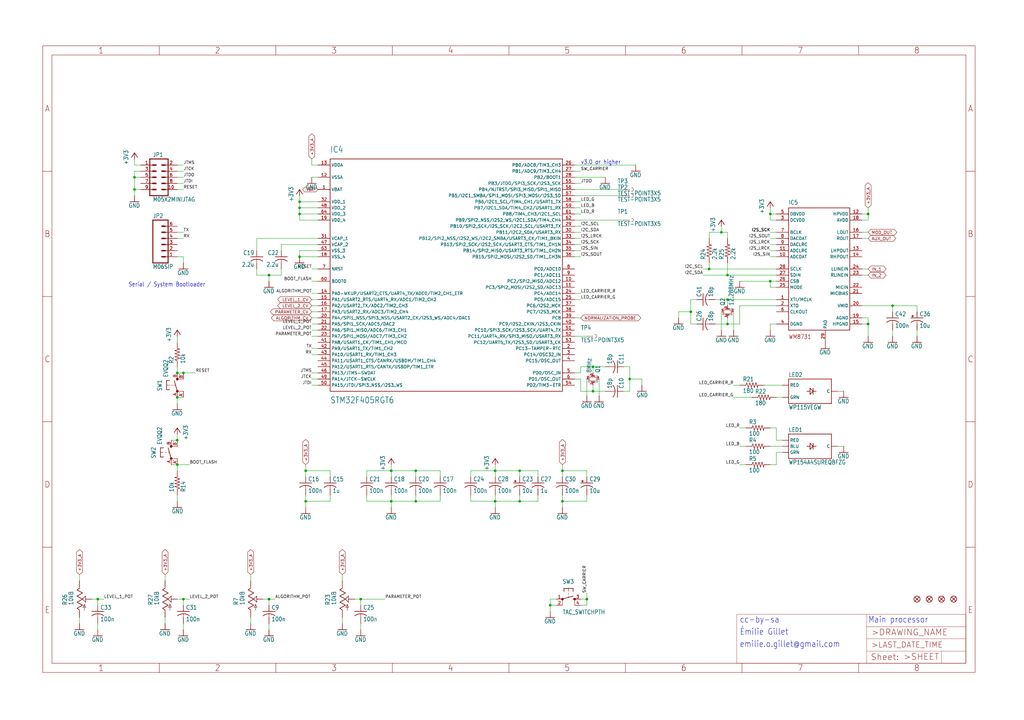
<source format=kicad_sch>
(kicad_sch (version 20211123) (generator eeschema)
  (paper "User" 425.45 299.161)
  (junction (at 73.66 165.1))
  (junction (at 360.68 134.62))
  (junction (at 261.62 157.48))
  (junction (at 172.72 208.28))
  (junction (at 246.38 162.56))
  (junction (at 40.64 248.92))
  (junction (at 287.02 129.54))
  (junction (at 243.84 248.92))
  (junction (at 370.84 127))
  (junction (at 233.68 208.28))
  (junction (at 299.72 96.52))
  (junction (at 320.04 88.9))
  (junction (at 127 195.58))
  (junction (at 73.66 182.88))
  (junction (at 124.46 86.36))
  (junction (at 172.72 195.58))
  (junction (at 294.64 111.76))
  (junction (at 162.56 208.28))
  (junction (at 149.86 248.92))
  (junction (at 302.26 134.62))
  (junction (at 73.66 154.94))
  (junction (at 320.04 116.84))
  (junction (at 111.76 248.92))
  (junction (at 215.9 195.58))
  (junction (at 246.38 152.4))
  (junction (at 111.76 114.3))
  (junction (at 127 208.28))
  (junction (at 205.74 208.28))
  (junction (at 73.66 193.04))
  (junction (at 76.2 248.92))
  (junction (at 76.2 154.94))
  (junction (at 215.9 208.28))
  (junction (at 302.26 114.3))
  (junction (at 124.46 88.9))
  (junction (at 360.68 88.9))
  (junction (at 55.88 73.66))
  (junction (at 233.68 195.58))
  (junction (at 124.46 83.82))
  (junction (at 55.88 78.74))
  (junction (at 302.26 124.46))
  (junction (at 162.56 195.58))
  (junction (at 228.6 251.46))
  (junction (at 124.46 106.68))
  (junction (at 205.74 195.58))
  (wire (pts (xy 76.2 106.68) (xy 76.2 109.22)))
  (wire (pts (xy 223.52 195.58) (xy 223.52 198.12)))
  (wire (pts (xy 322.58 193.04) (xy 320.04 193.04)))
  (wire (pts (xy 358.14 96.52) (xy 360.68 96.52)))
  (wire (pts (xy 129.54 121.92) (xy 132.08 121.92)))
  (wire (pts (xy 195.58 208.28) (xy 205.74 208.28)))
  (wire (pts (xy 116.84 101.6) (xy 132.08 101.6)))
  (wire (pts (xy 325.12 182.88) (xy 322.58 182.88)))
  (wire (pts (xy 132.08 111.76) (xy 129.54 111.76)))
  (wire (pts (xy 370.84 127) (xy 381 127)))
  (wire (pts (xy 238.76 76.2) (xy 241.3 76.2)))
  (wire (pts (xy 73.66 68.58) (xy 76.2 68.58)))
  (wire (pts (xy 238.76 154.94) (xy 241.3 154.94)))
  (wire (pts (xy 104.14 241.3) (xy 104.14 238.76)))
  (wire (pts (xy 73.66 96.52) (xy 76.2 96.52)))
  (wire (pts (xy 132.08 106.68) (xy 124.46 106.68)))
  (wire (pts (xy 238.76 91.44) (xy 259.08 91.44)))
  (wire (pts (xy 320.04 106.68) (xy 322.58 106.68)))
  (wire (pts (xy 116.84 111.76) (xy 116.84 114.3)))
  (wire (pts (xy 302.26 134.62) (xy 302.26 132.08)))
  (wire (pts (xy 320.04 119.38) (xy 322.58 119.38)))
  (wire (pts (xy 322.58 165.1) (xy 325.12 165.1)))
  (wire (pts (xy 233.68 208.28) (xy 233.68 210.82)))
  (wire (pts (xy 320.04 99.06) (xy 322.58 99.06)))
  (wire (pts (xy 40.64 251.46) (xy 40.64 248.92)))
  (wire (pts (xy 370.84 127) (xy 370.84 129.54)))
  (wire (pts (xy 55.88 73.66) (xy 55.88 78.74)))
  (wire (pts (xy 195.58 195.58) (xy 205.74 195.58)))
  (wire (pts (xy 360.68 91.44) (xy 360.68 88.9)))
  (wire (pts (xy 233.68 198.12) (xy 233.68 195.58)))
  (wire (pts (xy 370.84 137.16) (xy 370.84 139.7)))
  (wire (pts (xy 358.14 134.62) (xy 360.68 134.62)))
  (wire (pts (xy 238.76 93.98) (xy 241.3 93.98)))
  (wire (pts (xy 320.04 116.84) (xy 307.34 116.84)))
  (wire (pts (xy 302.26 99.06) (xy 302.26 96.52)))
  (wire (pts (xy 238.76 73.66) (xy 251.46 73.66)))
  (wire (pts (xy 320.04 116.84) (xy 320.04 119.38)))
  (wire (pts (xy 129.54 132.08) (xy 132.08 132.08)))
  (wire (pts (xy 104.14 256.54) (xy 104.14 259.08)))
  (wire (pts (xy 127 193.04) (xy 127 195.58)))
  (wire (pts (xy 320.04 104.14) (xy 322.58 104.14)))
  (wire (pts (xy 299.72 129.54) (xy 299.72 137.16)))
  (wire (pts (xy 73.66 165.1) (xy 76.2 165.1)))
  (wire (pts (xy 132.08 68.58) (xy 129.54 68.58)))
  (wire (pts (xy 287.02 134.62) (xy 289.56 134.62)))
  (wire (pts (xy 302.26 109.22) (xy 302.26 114.3)))
  (wire (pts (xy 111.76 116.84) (xy 111.76 114.3)))
  (wire (pts (xy 347.98 162.56) (xy 350.52 162.56)))
  (wire (pts (xy 238.76 88.9) (xy 241.3 88.9)))
  (wire (pts (xy 299.72 96.52) (xy 299.72 93.98)))
  (wire (pts (xy 358.14 132.08) (xy 360.68 132.08)))
  (wire (pts (xy 106.68 104.14) (xy 106.68 99.06)))
  (wire (pts (xy 38.1 248.92) (xy 40.64 248.92)))
  (wire (pts (xy 322.58 114.3) (xy 302.26 114.3)))
  (wire (pts (xy 124.46 83.82) (xy 124.46 86.36)))
  (wire (pts (xy 73.66 139.7) (xy 73.66 142.24)))
  (wire (pts (xy 233.68 208.28) (xy 243.84 208.28)))
  (wire (pts (xy 162.56 195.58) (xy 172.72 195.58)))
  (wire (pts (xy 322.58 116.84) (xy 320.04 116.84)))
  (wire (pts (xy 111.76 259.08) (xy 111.76 261.62)))
  (wire (pts (xy 73.66 154.94) (xy 76.2 154.94)))
  (wire (pts (xy 73.66 205.74) (xy 73.66 208.28)))
  (wire (pts (xy 241.3 251.46) (xy 243.84 251.46)))
  (wire (pts (xy 238.76 81.28) (xy 259.08 81.28)))
  (wire (pts (xy 231.14 248.92) (xy 228.6 248.92)))
  (wire (pts (xy 195.58 198.12) (xy 195.58 195.58)))
  (wire (pts (xy 238.76 132.08) (xy 241.3 132.08)))
  (wire (pts (xy 116.84 104.14) (xy 116.84 101.6)))
  (wire (pts (xy 261.62 152.4) (xy 261.62 157.48)))
  (wire (pts (xy 124.46 104.14) (xy 124.46 106.68)))
  (wire (pts (xy 243.84 157.48) (xy 243.84 164.465)))
  (wire (pts (xy 152.4 195.58) (xy 162.56 195.58)))
  (wire (pts (xy 162.56 208.28) (xy 172.72 208.28)))
  (wire (pts (xy 297.18 134.62) (xy 302.26 134.62)))
  (wire (pts (xy 149.86 251.46) (xy 149.86 248.92)))
  (wire (pts (xy 142.24 256.54) (xy 142.24 259.08)))
  (wire (pts (xy 205.74 208.28) (xy 215.9 208.28)))
  (wire (pts (xy 302.26 134.62) (xy 307.34 134.62)))
  (wire (pts (xy 127 205.74) (xy 127 208.28)))
  (wire (pts (xy 76.2 154.94) (xy 81.28 154.94)))
  (wire (pts (xy 294.64 99.06) (xy 294.64 96.52)))
  (wire (pts (xy 304.8 129.54) (xy 304.8 137.16)))
  (wire (pts (xy 307.34 160.02) (xy 304.8 160.02)))
  (wire (pts (xy 68.58 256.54) (xy 68.58 259.08)))
  (wire (pts (xy 297.18 124.46) (xy 302.26 124.46)))
  (wire (pts (xy 322.58 134.62) (xy 320.04 134.62)))
  (wire (pts (xy 320.04 101.6) (xy 322.58 101.6)))
  (wire (pts (xy 287.02 129.54) (xy 287.02 134.62)))
  (wire (pts (xy 73.66 165.1) (xy 73.66 167.64)))
  (wire (pts (xy 73.66 99.06) (xy 76.2 99.06)))
  (wire (pts (xy 73.66 76.2) (xy 76.2 76.2)))
  (wire (pts (xy 73.66 180.34) (xy 73.66 182.88)))
  (wire (pts (xy 302.26 124.46) (xy 302.26 127)))
  (wire (pts (xy 205.74 195.58) (xy 205.74 198.12)))
  (wire (pts (xy 33.02 241.3) (xy 33.02 238.76)))
  (wire (pts (xy 261.62 157.48) (xy 261.62 162.56)))
  (wire (pts (xy 302.26 124.46) (xy 322.58 124.46)))
  (wire (pts (xy 172.72 195.58) (xy 172.72 198.12)))
  (wire (pts (xy 172.72 195.58) (xy 182.88 195.58)))
  (wire (pts (xy 76.2 251.46) (xy 76.2 248.92)))
  (wire (pts (xy 129.54 137.16) (xy 132.08 137.16)))
  (wire (pts (xy 195.58 205.74) (xy 195.58 208.28)))
  (wire (pts (xy 76.2 259.08) (xy 76.2 261.62)))
  (wire (pts (xy 231.14 251.46) (xy 228.6 251.46)))
  (wire (pts (xy 228.6 248.92) (xy 228.6 251.46)))
  (wire (pts (xy 322.58 88.9) (xy 320.04 88.9)))
  (wire (pts (xy 358.14 111.76) (xy 360.68 111.76)))
  (wire (pts (xy 215.9 195.58) (xy 215.9 198.12)))
  (wire (pts (xy 162.56 195.58) (xy 162.56 193.04)))
  (wire (pts (xy 172.72 208.28) (xy 172.72 205.74)))
  (wire (pts (xy 124.46 86.36) (xy 124.46 88.9)))
  (wire (pts (xy 215.9 208.28) (xy 223.52 208.28)))
  (wire (pts (xy 238.76 121.92) (xy 241.3 121.92)))
  (wire (pts (xy 309.88 177.8) (xy 307.34 177.8)))
  (wire (pts (xy 281.94 129.54) (xy 281.94 132.08)))
  (wire (pts (xy 309.88 193.04) (xy 307.34 193.04)))
  (wire (pts (xy 132.08 124.46) (xy 129.54 124.46)))
  (wire (pts (xy 320.04 134.62) (xy 320.04 137.16)))
  (wire (pts (xy 147.32 248.92) (xy 149.86 248.92)))
  (wire (pts (xy 259.08 152.4) (xy 261.62 152.4)))
  (wire (pts (xy 243.84 195.58) (xy 243.84 198.12)))
  (wire (pts (xy 241.3 248.92) (xy 243.84 248.92)))
  (wire (pts (xy 381 127) (xy 381 129.54)))
  (wire (pts (xy 111.76 114.3) (xy 116.84 114.3)))
  (wire (pts (xy 132.08 154.94) (xy 129.54 154.94)))
  (wire (pts (xy 73.66 73.66) (xy 76.2 73.66)))
  (wire (pts (xy 109.22 248.92) (xy 111.76 248.92)))
  (wire (pts (xy 238.76 96.52) (xy 241.3 96.52)))
  (wire (pts (xy 132.08 83.82) (xy 124.46 83.82)))
  (wire (pts (xy 111.76 248.92) (xy 114.3 248.92)))
  (wire (pts (xy 238.76 139.7) (xy 243.84 139.7)))
  (wire (pts (xy 317.5 160.02) (xy 325.12 160.02)))
  (wire (pts (xy 162.56 198.12) (xy 162.56 195.58)))
  (wire (pts (xy 246.38 152.4) (xy 246.38 154.94)))
  (wire (pts (xy 238.76 86.36) (xy 241.3 86.36)))
  (wire (pts (xy 73.66 71.12) (xy 76.2 71.12)))
  (wire (pts (xy 205.74 193.04) (xy 205.74 195.58)))
  (wire (pts (xy 325.12 185.42) (xy 320.04 185.42)))
  (wire (pts (xy 152.4 205.74) (xy 152.4 208.28)))
  (wire (pts (xy 132.08 144.78) (xy 129.54 144.78)))
  (wire (pts (xy 124.46 83.82) (xy 124.46 81.28)))
  (wire (pts (xy 238.76 78.74) (xy 259.08 78.74)))
  (wire (pts (xy 182.88 195.58) (xy 182.88 198.12)))
  (wire (pts (xy 106.68 111.76) (xy 106.68 114.3)))
  (wire (pts (xy 73.66 193.04) (xy 78.74 193.04)))
  (wire (pts (xy 243.84 251.46) (xy 243.84 248.92)))
  (wire (pts (xy 347.98 185.42) (xy 350.52 185.42)))
  (wire (pts (xy 238.76 106.68) (xy 241.3 106.68)))
  (wire (pts (xy 243.84 248.92) (xy 243.84 246.38)))
  (wire (pts (xy 243.84 208.28) (xy 243.84 205.74)))
  (wire (pts (xy 182.88 208.28) (xy 182.88 205.74)))
  (wire (pts (xy 162.56 205.74) (xy 162.56 208.28)))
  (wire (pts (xy 294.64 111.76) (xy 322.58 111.76)))
  (wire (pts (xy 241.3 157.48) (xy 238.76 157.48)))
  (wire (pts (xy 205.74 208.28) (xy 205.74 210.82)))
  (wire (pts (xy 233.68 205.74) (xy 233.68 208.28)))
  (wire (pts (xy 129.54 129.54) (xy 132.08 129.54)))
  (wire (pts (xy 228.6 251.46) (xy 228.6 254)))
  (wire (pts (xy 73.66 248.92) (xy 76.2 248.92)))
  (wire (pts (xy 132.08 139.7) (xy 129.54 139.7)))
  (wire (pts (xy 320.04 88.9) (xy 320.04 86.36)))
  (wire (pts (xy 241.3 152.4) (xy 246.38 152.4)))
  (wire (pts (xy 266.7 157.48) (xy 266.7 160.02)))
  (wire (pts (xy 205.74 205.74) (xy 205.74 208.28)))
  (wire (pts (xy 302.26 114.3) (xy 292.1 114.3)))
  (wire (pts (xy 132.08 157.48) (xy 129.54 157.48)))
  (wire (pts (xy 289.56 124.46) (xy 287.02 124.46)))
  (wire (pts (xy 127 195.58) (xy 137.16 195.58)))
  (wire (pts (xy 360.68 134.62) (xy 360.68 139.7)))
  (wire (pts (xy 358.14 99.06) (xy 360.68 99.06)))
  (wire (pts (xy 137.16 195.58) (xy 137.16 198.12)))
  (wire (pts (xy 358.14 127) (xy 370.84 127)))
  (wire (pts (xy 248.92 157.48) (xy 248.92 164.465)))
  (wire (pts (xy 238.76 99.06) (xy 241.3 99.06)))
  (wire (pts (xy 302.26 96.52) (xy 299.72 96.52)))
  (wire (pts (xy 106.68 114.3) (xy 111.76 114.3)))
  (wire (pts (xy 137.16 208.28) (xy 137.16 205.74)))
  (wire (pts (xy 68.58 241.3) (xy 68.58 238.76)))
  (wire (pts (xy 215.9 208.28) (xy 215.9 205.74)))
  (wire (pts (xy 58.42 71.12) (xy 55.88 71.12)))
  (wire (pts (xy 106.68 99.06) (xy 132.08 99.06)))
  (wire (pts (xy 307.34 127) (xy 322.58 127)))
  (wire (pts (xy 71.12 193.04) (xy 73.66 193.04)))
  (wire (pts (xy 55.88 68.58) (xy 55.88 66.04)))
  (wire (pts (xy 132.08 160.02) (xy 129.54 160.02)))
  (wire (pts (xy 360.68 88.9) (xy 360.68 86.36)))
  (wire (pts (xy 292.1 111.76) (xy 294.64 111.76)))
  (wire (pts (xy 71.12 182.88) (xy 73.66 182.88)))
  (wire (pts (xy 172.72 208.28) (xy 182.88 208.28)))
  (wire (pts (xy 358.14 91.44) (xy 360.68 91.44)))
  (wire (pts (xy 223.52 208.28) (xy 223.52 205.74)))
  (wire (pts (xy 73.66 78.74) (xy 76.2 78.74)))
  (wire (pts (xy 129.54 134.62) (xy 132.08 134.62)))
  (wire (pts (xy 360.68 132.08) (xy 360.68 134.62)))
  (wire (pts (xy 238.76 124.46) (xy 241.3 124.46)))
  (wire (pts (xy 238.76 101.6) (xy 241.3 101.6)))
  (wire (pts (xy 238.76 68.58) (xy 264.16 68.58)))
  (wire (pts (xy 55.88 71.12) (xy 55.88 73.66)))
  (wire (pts (xy 322.58 91.44) (xy 320.04 91.44)))
  (wire (pts (xy 76.2 248.92) (xy 78.74 248.92)))
  (wire (pts (xy 261.62 157.48) (xy 266.7 157.48)))
  (wire (pts (xy 294.64 109.22) (xy 294.64 111.76)))
  (wire (pts (xy 132.08 73.66) (xy 129.54 73.66)))
  (wire (pts (xy 58.42 73.66) (xy 55.88 73.66)))
  (wire (pts (xy 73.66 195.58) (xy 73.66 193.04)))
  (wire (pts (xy 246.38 162.56) (xy 241.3 162.56)))
  (wire (pts (xy 40.64 248.92) (xy 43.18 248.92)))
  (wire (pts (xy 233.68 195.58) (xy 233.68 193.04)))
  (wire (pts (xy 251.46 152.4) (xy 246.38 152.4)))
  (wire (pts (xy 241.3 154.94) (xy 241.3 152.4)))
  (wire (pts (xy 124.46 88.9) (xy 132.08 88.9)))
  (wire (pts (xy 233.68 195.58) (xy 243.84 195.58)))
  (wire (pts (xy 124.46 88.9) (xy 124.46 91.44)))
  (wire (pts (xy 40.64 259.08) (xy 40.64 261.62)))
  (wire (pts (xy 33.02 256.54) (xy 33.02 259.08)))
  (wire (pts (xy 142.24 241.3) (xy 142.24 238.76)))
  (wire (pts (xy 58.42 68.58) (xy 55.88 68.58)))
  (wire (pts (xy 287.02 129.54) (xy 281.94 129.54)))
  (wire (pts (xy 149.86 248.92) (xy 160.02 248.92)))
  (wire (pts (xy 58.42 78.74) (xy 55.88 78.74)))
  (wire (pts (xy 261.62 162.56) (xy 259.08 162.56)))
  (wire (pts (xy 246.38 162.56) (xy 246.38 160.02)))
  (wire (pts (xy 287.02 124.46) (xy 287.02 129.54)))
  (wire (pts (xy 132.08 116.84) (xy 129.54 116.84)))
  (wire (pts (xy 241.3 162.56) (xy 241.3 157.48)))
  (wire (pts (xy 111.76 251.46) (xy 111.76 248.92)))
  (wire (pts (xy 307.34 134.62) (xy 307.34 127)))
  (wire (pts (xy 127 208.28) (xy 137.16 208.28)))
  (wire (pts (xy 325.12 187.96) (xy 322.58 187.96)))
  (wire (pts (xy 205.74 195.58) (xy 215.9 195.58)))
  (wire (pts (xy 152.4 208.28) (xy 162.56 208.28)))
  (wire (pts (xy 238.76 83.82) (xy 241.3 83.82)))
  (wire (pts (xy 322.58 177.8) (xy 320.04 177.8)))
  (wire (pts (xy 162.56 210.82) (xy 162.56 208.28)))
  (wire (pts (xy 358.14 88.9) (xy 360.68 88.9)))
  (wire (pts (xy 127 195.58) (xy 127 198.12)))
  (wire (pts (xy 124.46 91.44) (xy 132.08 91.44)))
  (wire (pts (xy 152.4 198.12) (xy 152.4 195.58)))
  (wire (pts (xy 55.88 78.74) (xy 55.88 81.28)))
  (wire (pts (xy 127 208.28) (xy 127 210.82)))
  (wire (pts (xy 129.54 127) (xy 132.08 127)))
  (wire (pts (xy 238.76 104.14) (xy 241.3 104.14)))
  (wire (pts (xy 322.58 187.96) (xy 322.58 193.04)))
  (wire (pts (xy 381 137.16) (xy 381 139.7)))
  (wire (pts (xy 132.08 104.14) (xy 124.46 104.14)))
  (wire (pts (xy 73.66 152.4) (xy 73.66 154.94)))
  (wire (pts (xy 149.86 259.08) (xy 149.86 261.62)))
  (wire (pts (xy 299.72 96.52) (xy 294.64 96.52)))
  (wire (pts (xy 251.46 162.56) (xy 246.38 162.56)))
  (wire (pts (xy 124.46 86.36) (xy 132.08 86.36)))
  (wire (pts (xy 322.58 96.52) (xy 320.04 96.52)))
  (wire (pts (xy 129.54 68.58) (xy 129.54 66.04)))
  (wire (pts (xy 358.14 114.3) (xy 360.68 114.3)))
  (wire (pts (xy 309.88 185.42) (xy 307.34 185.42)))
  (wire (pts (xy 322.58 182.88) (xy 322.58 177.8)))
  (wire (pts (xy 238.76 71.12) (xy 241.3 71.12)))
  (wire (pts (xy 73.66 106.68) (xy 76.2 106.68)))
  (wire (pts (xy 132.08 147.32) (xy 129.54 147.32)))
  (wire (pts (xy 320.04 91.44) (xy 320.04 88.9)))
  (wire (pts (xy 215.9 195.58) (xy 223.52 195.58)))
  (wire (pts (xy 312.42 165.1) (xy 304.8 165.1)))
  (text "Émilie Gillet" (at 307.34 264.16 180) (effects (font (size 2.54 2.159)) (justify left bottom)))
  (text "emilie.o.gillet@gmail.com" (at 307.34 269.24 180) (effects (font (size 2.54 2.159)) (justify left bottom)))
  (text "Serial / System Bootloader" (at 53.34 119.38 180) (effects (font (size 1.778 1.5113)) (justify left bottom)))
  (text "Main processor" (at 360.68 259.08 180) (effects (font (size 2.54 2.159)) (justify left bottom)))
  (text "cc-by-sa" (at 307.34 259.08 180) (effects (font (size 2.54 2.159)) (justify left bottom)))
  (text "v3.0 or higher" (at 241.3 68.58 180) (effects (font (size 1.778 1.5113)) (justify left bottom)))
  (label "I2C_SDA" (at 241.3 96.52 0) (effects (font (size 1.2446 1.2446))))
  (label "ALGORITHM_POT" (at 114.3 248.92 0) (effects (font (size 1.2446 1.2446))))
  (label "I2S_LRCK" (at 320.04 104.14 180) (effects (font (size 1.2446 1.2446))))
  (label "I2S_SOUT" (at 241.3 106.68 0) (effects (font (size 1.2446 1.2446))))
  (label "LED_R" (at 307.34 177.8 180) (effects (font (size 1.2446 1.2446))))
  (label "SW_CARRIER" (at 243.84 246.38 90) (effects (font (size 1.2446 1.2446))))
  (label "I2S_SIN" (at 241.3 104.14 0) (effects (font (size 1.2446 1.2446))))
  (label "RX" (at 76.2 99.06 0) (effects (font (size 1.2446 1.2446))))
  (label "RESET" (at 129.54 111.76 180) (effects (font (size 1.2446 1.2446))))
  (label "LED_B" (at 307.34 185.42 180) (effects (font (size 1.2446 1.2446))))
  (label "PARAMETER_POT" (at 160.02 248.92 0) (effects (font (size 1.2446 1.2446))))
  (label "BOOT_FLASH" (at 129.54 116.84 180) (effects (font (size 1.2446 1.2446))))
  (label "I2S_SOUT" (at 320.04 99.06 180) (effects (font (size 1.2446 1.2446))))
  (label "LED_CARRIER_R" (at 304.8 160.02 180) (effects (font (size 1.2446 1.2446))))
  (label "I2C_SCL" (at 241.3 93.98 0) (effects (font (size 1.2446 1.2446))))
  (label "SW_CARRIER" (at 241.3 71.12 0) (effects (font (size 1.2446 1.2446))))
  (label "LED_R" (at 241.3 88.9 0) (effects (font (size 1.2446 1.2446))))
  (label "PARAMETER_POT" (at 129.54 139.7 180) (effects (font (size 1.2446 1.2446))))
  (label "JTCK" (at 76.2 71.12 0) (effects (font (size 1.2446 1.2446))))
  (label "I2S_LRCK" (at 241.3 99.06 0) (effects (font (size 1.2446 1.2446))))
  (label "I2S_SIN" (at 320.04 106.68 180) (effects (font (size 1.2446 1.2446))))
  (label "TX" (at 76.2 96.52 0) (effects (font (size 1.2446 1.2446))))
  (label "LED_CARRIER_G" (at 241.3 124.46 0) (effects (font (size 1.2446 1.2446))))
  (label "JTDO" (at 76.2 73.66 0) (effects (font (size 1.2446 1.2446))))
  (label "I2S_SCK" (at 320.04 96.52 180) (effects (font (size 1.2446 1.2446))))
  (label "JTMS" (at 129.54 154.94 180) (effects (font (size 1.2446 1.2446))))
  (label "RESET" (at 76.2 78.74 0) (effects (font (size 1.2446 1.2446))))
  (label "LED_G" (at 241.3 83.82 0) (effects (font (size 1.2446 1.2446))))
  (label "I2S_LRCK" (at 320.04 101.6 180) (effects (font (size 1.2446 1.2446))))
  (label "LED_CARRIER_R" (at 241.3 121.92 0) (effects (font (size 1.2446 1.2446))))
  (label "I2S_SCK" (at 320.04 96.52 180) (effects (font (size 1.2446 1.2446))))
  (label "ALGORITHM_POT" (at 129.54 121.92 180) (effects (font (size 1.2446 1.2446))))
  (label "JTDI" (at 76.2 76.2 0) (effects (font (size 1.2446 1.2446))))
  (label "RX" (at 129.54 147.32 180) (effects (font (size 1.2446 1.2446))))
  (label "LED_CARRIER_G" (at 304.8 165.1 180) (effects (font (size 1.2446 1.2446))))
  (label "LEVEL_1_POT" (at 129.54 134.62 180) (effects (font (size 1.2446 1.2446))))
  (label "LEVEL_1_POT" (at 43.18 248.92 0) (effects (font (size 1.2446 1.2446))))
  (label "JTDO" (at 241.3 76.2 0) (effects (font (size 1.2446 1.2446))))
  (label "LED_B" (at 241.3 86.36 0) (effects (font (size 1.2446 1.2446))))
  (label "LEVEL_2_POT" (at 129.54 137.16 180) (effects (font (size 1.2446 1.2446))))
  (label "I2C_SCL" (at 292.1 111.76 180) (effects (font (size 1.2446 1.2446))))
  (label "TX" (at 129.54 144.78 180) (effects (font (size 1.2446 1.2446))))
  (label "JTDI" (at 129.54 160.02 180) (effects (font (size 1.2446 1.2446))))
  (label "LED_G" (at 307.34 193.04 180) (effects (font (size 1.2446 1.2446))))
  (label "LEVEL_2_POT" (at 78.74 248.92 0) (effects (font (size 1.2446 1.2446))))
  (label "RESET" (at 81.28 154.94 0) (effects (font (size 1.2446 1.2446))))
  (label "I2C_SDA" (at 292.1 114.3 180) (effects (font (size 1.2446 1.2446))))
  (label "I2S_SCK" (at 241.3 101.6 0) (effects (font (size 1.2446 1.2446))))
  (label "BOOT_FLASH" (at 78.74 193.04 0) (effects (font (size 1.2446 1.2446))))
  (label "JTMS" (at 76.2 68.58 0) (effects (font (size 1.2446 1.2446))))
  (label "JTCK" (at 129.54 157.48 180) (effects (font (size 1.2446 1.2446))))
  (global_label "+3V3_A" (shape bidirectional) (at 360.68 86.36 90) (effects (font (size 1.2446 1.2446))) (property "Intersheet References" "${INTERSHEET_REFS}" (effects hide)))
  (global_label "IN_2" (shape bidirectional) (at 360.68 114.3 0) (effects (font (size 1.2446 1.2446))) (property "Intersheet References" "${INTERSHEET_REFS}" (effects hide)))
  (global_label "NORMALIZATION_PROBE" (shape bidirectional) (at 241.3 132.08 0) (effects (font (size 1.2446 1.2446))) (property "Intersheet References" "${INTERSHEET_REFS}" (effects hide)))
  (global_label "LEVEL_2_CV" (shape bidirectional) (at 129.54 127 180) (effects (font (size 1.2446 1.2446))) (property "Intersheet References" "${INTERSHEET_REFS}" (effects hide)))
  (global_label "MOD_OUT" (shape bidirectional) (at 360.68 96.52 0) (effects (font (size 1.2446 1.2446))) (property "Intersheet References" "${INTERSHEET_REFS}" (effects hide)))
  (global_label "+3V3_A" (shape bidirectional) (at 127 193.04 90) (effects (font (size 1.2446 1.2446))) (property "Intersheet References" "${INTERSHEET_REFS}" (effects hide)))
  (global_label "+3V3_A" (shape bidirectional) (at 142.24 238.76 90) (effects (font (size 1.2446 1.2446))) (property "Intersheet References" "${INTERSHEET_REFS}" (effects hide)))
  (global_label "ALGORITHM_CV" (shape bidirectional) (at 129.54 132.08 180) (effects (font (size 1.2446 1.2446))) (property "Intersheet References" "${INTERSHEET_REFS}" (effects hide)))
  (global_label "+3V3_A" (shape bidirectional) (at 233.68 193.04 90) (effects (font (size 1.2446 1.2446))) (property "Intersheet References" "${INTERSHEET_REFS}" (effects hide)))
  (global_label "IN_1" (shape bidirectional) (at 360.68 111.76 0) (effects (font (size 1.2446 1.2446))) (property "Intersheet References" "${INTERSHEET_REFS}" (effects hide)))
  (global_label "PARAMETER_CV" (shape bidirectional) (at 129.54 129.54 180) (effects (font (size 1.2446 1.2446))) (property "Intersheet References" "${INTERSHEET_REFS}" (effects hide)))
  (global_label "+3V3_A" (shape bidirectional) (at 104.14 238.76 90) (effects (font (size 1.2446 1.2446))) (property "Intersheet References" "${INTERSHEET_REFS}" (effects hide)))
  (global_label "+3V3_A" (shape bidirectional) (at 129.54 66.04 90) (effects (font (size 1.2446 1.2446))) (property "Intersheet References" "${INTERSHEET_REFS}" (effects hide)))
  (global_label "+3V3_A" (shape bidirectional) (at 68.58 238.76 90) (effects (font (size 1.2446 1.2446))) (property "Intersheet References" "${INTERSHEET_REFS}" (effects hide)))
  (global_label "LEVEL_1_CV" (shape bidirectional) (at 129.54 124.46 180) (effects (font (size 1.2446 1.2446))) (property "Intersheet References" "${INTERSHEET_REFS}" (effects hide)))
  (global_label "AUX_OUT" (shape bidirectional) (at 360.68 99.06 0) (effects (font (size 1.2446 1.2446))) (property "Intersheet References" "${INTERSHEET_REFS}" (effects hide)))
  (global_label "+3V3_A" (shape bidirectional) (at 33.02 238.76 90) (effects (font (size 1.2446 1.2446))) (property "Intersheet References" "${INTERSHEET_REFS}" (effects hide)))
  (global_label "VBAT" (shape bidirectional) (at 132.08 78.74 180) (effects (font (size 1.016 1.016))) (property "Intersheet References" "${INTERSHEET_REFS}" (effects hide)))
  (symbol (lib_id "warps-eagle-import:STM32F20X") (at 185.42 114.3 0) (unit 1)
    (property "Reference" "IC4" (at 137.16 63.5 0) (effects (font (size 2.54 2.159)) (justify left bottom)))
    (property "Value" "STM32F405RGT6" (at 137.16 167.64 0) (effects (font (size 2.54 2.159)) (justify left bottom)))
    (property "Footprint" "warps:TQFP-10X10-64" (effects hide))
  )
  (symbol (lib_id "warps-eagle-import:R-US_R0603") (at 312.42 160.02 0) (unit 1)
    (property "Reference" "R21" (at 308.61 158.5214 0) (effects (font (size 1.778 1.5113)) (justify left bottom)))
    (property "Value" "180" (at 308.61 163.322 0) (effects (font (size 1.778 1.5113)) (justify left bottom)))
    (property "Footprint" "warps:R0603" (effects hide))
  )
  (symbol (lib_id "warps-eagle-import:C-USC0603") (at 233.68 200.66 0) (unit 1)
    (property "Reference" "C30" (at 234.696 200.025 0) (effects (font (size 1.778 1.5113)) (justify left bottom)))
    (property "Value" "100n" (at 234.696 204.851 0) (effects (font (size 1.778 1.5113)) (justify left bottom)))
    (property "Footprint" "warps:C0603" (effects hide))
  )
  (symbol (lib_id "warps-eagle-import:POT_USVERTICAL_PS") (at 104.14 248.92 0) (unit 1)
    (property "Reference" "R7" (at 99.06 251.46 90) (effects (font (size 1.778 1.5113)) (justify left bottom)))
    (property "Value" "10kB" (at 101.6 251.46 90) (effects (font (size 1.778 1.5113)) (justify left bottom)))
    (property "Footprint" "warps:ALPS_POT_VERTICAL_PS" (effects hide))
  )
  (symbol (lib_id "warps-eagle-import:GND") (at 350.52 187.96 0) (unit 1)
    (property "Reference" "#GND044" (effects hide))
    (property "Value" "GND" (at 347.98 190.5 0) (effects (font (size 1.778 1.5113)) (justify left bottom)))
    (property "Footprint" "warps:" (effects hide))
  )
  (symbol (lib_id "warps-eagle-import:LED-TRICOLOR-THROUGHHOLE") (at 335.28 185.42 0) (unit 1)
    (property "Reference" "LED1" (at 327.66 179.578 0) (effects (font (size 1.778 1.5113)) (justify left bottom)))
    (property "Value" "WP154A4SUREQBFZG" (at 327.66 193.04 0) (effects (font (size 1.778 1.5113)) (justify left bottom)))
    (property "Footprint" "warps:LED-TRICOLOR-THROUGHHOLE" (effects hide))
  )
  (symbol (lib_id "warps-eagle-import:GND") (at 73.66 170.18 0) (unit 1)
    (property "Reference" "#GND059" (effects hide))
    (property "Value" "GND" (at 71.12 172.72 0) (effects (font (size 1.778 1.5113)) (justify left bottom)))
    (property "Footprint" "warps:" (effects hide))
  )
  (symbol (lib_id "warps-eagle-import:CPOL-USA") (at 243.84 200.66 0) (unit 1)
    (property "Reference" "C29" (at 244.856 200.025 0) (effects (font (size 1.778 1.5113)) (justify left bottom)))
    (property "Value" "10u" (at 244.856 204.851 0) (effects (font (size 1.778 1.5113)) (justify left bottom)))
    (property "Footprint" "plaits:PANASONIC_B" (effects hide))
  )
  (symbol (lib_id "warps-eagle-import:C-USC0603") (at 172.72 200.66 0) (unit 1)
    (property "Reference" "C20" (at 173.736 200.025 0) (effects (font (size 1.778 1.5113)) (justify left bottom)))
    (property "Value" "100n" (at 173.736 204.851 0) (effects (font (size 1.778 1.5113)) (justify left bottom)))
    (property "Footprint" "warps:C0603" (effects hide))
  )
  (symbol (lib_id "warps-eagle-import:GND") (at 243.84 167.005 0) (unit 1)
    (property "Reference" "#GND0104" (effects hide))
    (property "Value" "GND" (at 241.3 169.545 0) (effects (font (size 1.778 1.5113)) (justify left bottom)))
    (property "Footprint" "warps:" (effects hide))
  )
  (symbol (lib_id "warps-eagle-import:C-USC0603") (at 195.58 200.66 0) (unit 1)
    (property "Reference" "C24" (at 196.596 200.025 0) (effects (font (size 1.778 1.5113)) (justify left bottom)))
    (property "Value" "100n" (at 196.596 204.851 0) (effects (font (size 1.778 1.5113)) (justify left bottom)))
    (property "Footprint" "warps:C0603" (effects hide))
  )
  (symbol (lib_id "warps-eagle-import:GND") (at 104.14 261.62 0) (unit 1)
    (property "Reference" "#GND088" (effects hide))
    (property "Value" "GND" (at 101.6 264.16 0) (effects (font (size 1.778 1.5113)) (justify left bottom)))
    (property "Footprint" "warps:" (effects hide))
  )
  (symbol (lib_id "warps-eagle-import:C-USC0603") (at 292.1 134.62 90) (unit 1)
    (property "Reference" "C26" (at 291.465 133.604 0) (effects (font (size 1.778 1.5113)) (justify left bottom)))
    (property "Value" "18p" (at 296.291 133.604 0) (effects (font (size 1.778 1.5113)) (justify left bottom)))
    (property "Footprint" "warps:C0603" (effects hide))
  )
  (symbol (lib_id "warps-eagle-import:C-USC0805") (at 106.68 106.68 0) (mirror y) (unit 1)
    (property "Reference" "C19" (at 105.664 106.045 0) (effects (font (size 1.778 1.5113)) (justify left bottom)))
    (property "Value" "2.2u" (at 105.664 110.871 0) (effects (font (size 1.778 1.5113)) (justify left bottom)))
    (property "Footprint" "warps:C0805" (effects hide))
  )
  (symbol (lib_id "warps-eagle-import:FIDUCIAL1X2") (at 391.16 248.92 0) (unit 1)
    (property "Reference" "F2" (effects hide))
    (property "Value" "FIDUCIAL1X2" (effects hide))
    (property "Footprint" "warps:FIDUCIAL-1X2" (effects hide))
  )
  (symbol (lib_id "warps-eagle-import:GND") (at 264.16 71.12 0) (unit 1)
    (property "Reference" "#GND048" (effects hide))
    (property "Value" "GND" (at 261.62 73.66 0) (effects (font (size 1.778 1.5113)) (justify left bottom)))
    (property "Footprint" "warps:" (effects hide))
  )
  (symbol (lib_id "warps-eagle-import:GND") (at 350.52 165.1 0) (unit 1)
    (property "Reference" "#GND014" (effects hide))
    (property "Value" "GND" (at 347.98 167.64 0) (effects (font (size 1.778 1.5113)) (justify left bottom)))
    (property "Footprint" "warps:" (effects hide))
  )
  (symbol (lib_id "warps-eagle-import:GND") (at 205.74 213.36 0) (unit 1)
    (property "Reference" "#GND018" (effects hide))
    (property "Value" "GND" (at 203.2 215.9 0) (effects (font (size 1.778 1.5113)) (justify left bottom)))
    (property "Footprint" "warps:" (effects hide))
  )
  (symbol (lib_id "warps-eagle-import:R-US_R0603") (at 294.64 104.14 90) (unit 1)
    (property "Reference" "R24" (at 293.1414 107.95 0) (effects (font (size 1.778 1.5113)) (justify left bottom)))
    (property "Value" "2.2k" (at 297.942 107.95 0) (effects (font (size 1.778 1.5113)) (justify left bottom)))
    (property "Footprint" "warps:R0603" (effects hide))
  )
  (symbol (lib_id "warps-eagle-import:+3V3") (at 205.74 190.5 0) (unit 1)
    (property "Reference" "#+3V05" (effects hide))
    (property "Value" "+3V3" (at 203.2 195.58 90) (effects (font (size 1.778 1.5113)) (justify left bottom)))
    (property "Footprint" "warps:" (effects hide))
  )
  (symbol (lib_id "warps-eagle-import:GND") (at 55.88 83.82 0) (unit 1)
    (property "Reference" "#GND067" (effects hide))
    (property "Value" "GND" (at 53.34 86.36 0) (effects (font (size 1.778 1.5113)) (justify left bottom)))
    (property "Footprint" "warps:" (effects hide))
  )
  (symbol (lib_id "warps-eagle-import:C-USC0603") (at 205.74 200.66 0) (unit 1)
    (property "Reference" "C28" (at 206.756 200.025 0) (effects (font (size 1.778 1.5113)) (justify left bottom)))
    (property "Value" "100n" (at 206.756 204.851 0) (effects (font (size 1.778 1.5113)) (justify left bottom)))
    (property "Footprint" "warps:C0603" (effects hide))
  )
  (symbol (lib_id "warps-eagle-import:POT_USVERTICAL") (at 33.02 248.92 0) (unit 1)
    (property "Reference" "R26" (at 27.94 251.46 90) (effects (font (size 1.778 1.5113)) (justify left bottom)))
    (property "Value" "10kB" (at 30.48 251.46 90) (effects (font (size 1.778 1.5113)) (justify left bottom)))
    (property "Footprint" "warps:ALPS_POT_VERTICAL" (effects hide))
  )
  (symbol (lib_id "warps-eagle-import:GND") (at 142.24 261.62 0) (unit 1)
    (property "Reference" "#GND010" (effects hide))
    (property "Value" "GND" (at 139.7 264.16 0) (effects (font (size 1.778 1.5113)) (justify left bottom)))
    (property "Footprint" "warps:" (effects hide))
  )
  (symbol (lib_id "Device:Crystal_GND24_Small") (at 302.26 129.54 90) (unit 1)
    (property "Reference" "Q2" (at 301.244 127 0) (effects (font (size 1.778 1.5113)) (justify left bottom)))
    (property "Value" "12.288MHz" (at 304.8 127 0) (effects (font (size 1.778 1.5113)) (justify left bottom)))
    (property "Footprint" "Crystal:Crystal_SMD_5032-4Pin_5.0x3.2mm" (effects hide))
  )
  (symbol (lib_id "warps-eagle-import:FIDUCIAL1X2") (at 381 248.92 0) (unit 1)
    (property "Reference" "F1" (effects hide))
    (property "Value" "FIDUCIAL1X2" (effects hide))
    (property "Footprint" "warps:FIDUCIAL-1X2" (effects hide))
  )
  (symbol (lib_id "warps-eagle-import:C-USC0603") (at 152.4 200.66 0) (unit 1)
    (property "Reference" "C21" (at 153.416 200.025 0) (effects (font (size 1.778 1.5113)) (justify left bottom)))
    (property "Value" "100n" (at 153.416 204.851 0) (effects (font (size 1.778 1.5113)) (justify left bottom)))
    (property "Footprint" "warps:C0603" (effects hide))
  )
  (symbol (lib_id "warps-eagle-import:+3V3") (at 162.56 190.5 0) (unit 1)
    (property "Reference" "#+3V08" (effects hide))
    (property "Value" "+3V3" (at 160.02 195.58 90) (effects (font (size 1.778 1.5113)) (justify left bottom)))
    (property "Footprint" "warps:" (effects hide))
  )
  (symbol (lib_id "warps-eagle-import:EVQQ2") (at 71.12 187.96 0) (unit 1)
    (property "Reference" "SW2" (at 64.77 190.5 90) (effects (font (size 1.778 1.5113)) (justify left bottom)))
    (property "Value" "EVQQ2" (at 67.31 184.785 90) (effects (font (size 1.778 1.5113)) (justify left bottom)))
    (property "Footprint" "Supercell 1.3:k2-1808 pushbutton switch" (effects hide))
  )
  (symbol (lib_id "warps-eagle-import:R-US_R0603") (at 302.26 104.14 90) (unit 1)
    (property "Reference" "R25" (at 300.7614 107.95 0) (effects (font (size 1.778 1.5113)) (justify left bottom)))
    (property "Value" "2.2k" (at 305.562 107.95 0) (effects (font (size 1.778 1.5113)) (justify left bottom)))
    (property "Footprint" "warps:R0603" (effects hide))
  )
  (symbol (lib_id "warps-eagle-import:C-USC0603") (at 370.84 132.08 0) (unit 1)
    (property "Reference" "C42" (at 371.856 131.445 0) (effects (font (size 1.778 1.5113)) (justify left bottom)))
    (property "Value" "100n" (at 371.856 136.271 0) (effects (font (size 1.778 1.5113)) (justify left bottom)))
    (property "Footprint" "warps:C0603" (effects hide))
  )
  (symbol (lib_id "clouds-eagle-import:WM8731") (at 340.36 111.76 0) (unit 1)
    (property "Reference" "IC5" (at 327.66 85.09 0) (effects (font (size 1.778 1.5113)) (justify left bottom)))
    (property "Value" "WM8731" (effects hide))
    (property "Footprint" "Package_DFN_QFN:QFN-28-1EP_5x5mm_P0.5mm_EP3.35x3.35mm" (effects hide))
  )
  (symbol (lib_id "warps-eagle-import:GND") (at 381 142.24 0) (unit 1)
    (property "Reference" "#GND021" (effects hide))
    (property "Value" "GND" (at 378.46 144.78 0) (effects (font (size 1.778 1.5113)) (justify left bottom)))
    (property "Footprint" "warps:" (effects hide))
  )
  (symbol (lib_id "warps-eagle-import:GND") (at 342.9 144.78 0) (unit 1)
    (property "Reference" "#GND0101" (effects hide))
    (property "Value" "GND" (at 340.36 147.32 0) (effects (font (size 1.778 1.5113)) (justify left bottom)))
    (property "Footprint" "warps:" (effects hide))
  )
  (symbol (lib_id "warps-eagle-import:GND") (at 266.7 162.56 0) (mirror y) (unit 1)
    (property "Reference" "#GND056" (effects hide))
    (property "Value" "GND" (at 269.24 165.1 0) (effects (font (size 1.778 1.5113)) (justify left bottom)))
    (property "Footprint" "warps:" (effects hide))
  )
  (symbol (lib_id "warps-eagle-import:GND") (at 360.68 142.24 0) (unit 1)
    (property "Reference" "#GND016" (effects hide))
    (property "Value" "GND" (at 358.14 144.78 0) (effects (font (size 1.778 1.5113)) (justify left bottom)))
    (property "Footprint" "warps:" (effects hide))
  )
  (symbol (lib_id "warps-eagle-import:GND") (at 33.02 261.62 0) (unit 1)
    (property "Reference" "#GND060" (effects hide))
    (property "Value" "GND" (at 30.48 264.16 0) (effects (font (size 1.778 1.5113)) (justify left bottom)))
    (property "Footprint" "warps:" (effects hide))
  )
  (symbol (lib_id "Device:Crystal_GND24_Small") (at 246.38 157.48 270) (mirror x) (unit 1)
    (property "Reference" "Q1" (at 247.396 154.94 0) (effects (font (size 1.778 1.5113)) (justify left bottom)))
    (property "Value" "8MHz" (at 243.84 154.94 0) (effects (font (size 1.778 1.5113)) (justify left bottom)))
    (property "Footprint" "Crystal:Crystal_SMD_3225-4Pin_3.2x2.5mm" (effects hide))
  )
  (symbol (lib_id "warps-eagle-import:+3V3") (at 299.72 91.44 0) (unit 1)
    (property "Reference" "#+3V06" (effects hide))
    (property "Value" "+3V3" (at 297.18 96.52 90) (effects (font (size 1.778 1.5113)) (justify left bottom)))
    (property "Footprint" "warps:" (effects hide))
  )
  (symbol (lib_id "warps-eagle-import:GND") (at 307.34 119.38 0) (unit 1)
    (property "Reference" "#GND017" (effects hide))
    (property "Value" "GND" (at 304.8 121.92 0) (effects (font (size 1.778 1.5113)) (justify left bottom)))
    (property "Footprint" "warps:" (effects hide))
  )
  (symbol (lib_id "warps-eagle-import:TEST-POINT3X5") (at 259.08 78.74 0) (unit 1)
    (property "Reference" "TP3" (at 256.54 76.2 0) (effects (font (size 1.778 1.5113)) (justify left bottom)))
    (property "Value" "TEST-POINT3X5" (at 256.54 81.28 0) (effects (font (size 1.778 1.5113)) (justify left bottom)))
    (property "Footprint" "warps:PAD.03X.05" (effects hide))
  )
  (symbol (lib_id "warps-eagle-import:R-US_R0603") (at 73.66 200.66 270) (mirror x) (unit 1)
    (property "Reference" "R14" (at 75.1586 204.47 0) (effects (font (size 1.778 1.5113)) (justify left bottom)))
    (property "Value" "10k" (at 70.358 204.47 0) (effects (font (size 1.778 1.5113)) (justify left bottom)))
    (property "Footprint" "warps:R0603" (effects hide))
  )
  (symbol (lib_id "warps-eagle-import:LED-BICOLOR-THROUGHHOLE") (at 335.28 162.56 0) (unit 1)
    (property "Reference" "LED2" (at 327.66 156.718 0) (effects (font (size 1.778 1.5113)) (justify left bottom)))
    (property "Value" "WP115VEGW" (at 327.66 170.18 0) (effects (font (size 1.778 1.5113)) (justify left bottom)))
    (property "Footprint" "warps:LED-BICOLOR-THROUGHHOLE" (effects hide))
  )
  (symbol (lib_id "warps-eagle-import:C-USC0603") (at 223.52 200.66 0) (unit 1)
    (property "Reference" "C27" (at 224.536 200.025 0) (effects (font (size 1.778 1.5113)) (justify left bottom)))
    (property "Value" "1u" (at 224.536 204.851 0) (effects (font (size 1.778 1.5113)) (justify left bottom)))
    (property "Footprint" "warps:C0603" (effects hide))
  )
  (symbol (lib_id "warps-eagle-import:GND") (at 68.58 261.62 0) (unit 1)
    (property "Reference" "#GND03" (effects hide))
    (property "Value" "GND" (at 66.04 264.16 0) (effects (font (size 1.778 1.5113)) (justify left bottom)))
    (property "Footprint" "warps:" (effects hide))
  )
  (symbol (lib_id "warps-eagle-import:GND") (at 73.66 210.82 0) (mirror y) (unit 1)
    (property "Reference" "#GND058" (effects hide))
    (property "Value" "GND" (at 76.2 213.36 0) (effects (font (size 1.778 1.5113)) (justify left bottom)))
    (property "Footprint" "warps:" (effects hide))
  )
  (symbol (lib_id "warps-eagle-import:GND") (at 127 213.36 0) (unit 1)
    (property "Reference" "#GND065" (effects hide))
    (property "Value" "GND" (at 124.46 215.9 0) (effects (font (size 1.778 1.5113)) (justify left bottom)))
    (property "Footprint" "warps:" (effects hide))
  )
  (symbol (lib_id "warps-eagle-import:GND") (at 233.68 213.36 0) (unit 1)
    (property "Reference" "#GND019" (effects hide))
    (property "Value" "GND" (at 231.14 215.9 0) (effects (font (size 1.778 1.5113)) (justify left bottom)))
    (property "Footprint" "warps:" (effects hide))
  )
  (symbol (lib_id "warps-eagle-import:C-USC0603") (at 76.2 254 0) (unit 1)
    (property "Reference" "C31" (at 77.216 253.365 0) (effects (font (size 1.778 1.5113)) (justify left bottom)))
    (property "Value" "100n" (at 77.216 258.191 0) (effects (font (size 1.778 1.5113)) (justify left bottom)))
    (property "Footprint" "warps:C0603" (effects hide))
  )
  (symbol (lib_id "warps-eagle-import:CPOL-USA") (at 215.9 200.66 0) (unit 1)
    (property "Reference" "C23" (at 216.916 200.025 0) (effects (font (size 1.778 1.5113)) (justify left bottom)))
    (property "Value" "10u" (at 216.916 204.851 0) (effects (font (size 1.778 1.5113)) (justify left bottom)))
    (property "Footprint" "plaits:PANASONIC_B" (effects hide))
  )
  (symbol (lib_id "warps-eagle-import:C-USC0603") (at 162.56 200.66 0) (unit 1)
    (property "Reference" "C18" (at 163.576 200.025 0) (effects (font (size 1.778 1.5113)) (justify left bottom)))
    (property "Value" "100n" (at 163.576 204.851 0) (effects (font (size 1.778 1.5113)) (justify left bottom)))
    (property "Footprint" "warps:C0603" (effects hide))
  )
  (symbol (lib_id "warps-eagle-import:CPOL-USA") (at 381 132.08 0) (unit 1)
    (property "Reference" "C36" (at 382.016 131.445 0) (effects (font (size 1.778 1.5113)) (justify left bottom)))
    (property "Value" "10u" (at 382.016 136.271 0) (effects (font (size 1.778 1.5113)) (justify left bottom)))
    (property "Footprint" "plaits:PANASONIC_B" (effects hide))
  )
  (symbol (lib_id "warps-eagle-import:GND") (at 304.8 139.7 0) (unit 1)
    (property "Reference" "#GND0103" (effects hide))
    (property "Value" "GND" (at 302.26 142.24 0) (effects (font (size 1.778 1.5113)) (justify left bottom)))
    (property "Footprint" "warps:" (effects hide))
  )
  (symbol (lib_id "warps-eagle-import:+3V3") (at 73.66 137.16 0) (unit 1)
    (property "Reference" "#+3V04" (effects hide))
    (property "Value" "+3V3" (at 71.12 142.24 90) (effects (font (size 1.778 1.5113)) (justify left bottom)))
    (property "Footprint" "warps:" (effects hide))
  )
  (symbol (lib_id "warps-eagle-import:A3L-LOC") (at 17.78 279.4 0) (unit 1)
    (property "Reference" "#FRAME3" (effects hide))
    (property "Value" "A3L-LOC" (effects hide))
    (property "Footprint" "warps:" (effects hide))
  )
  (symbol (lib_id "warps-eagle-import:+3V3") (at 320.04 83.82 0) (unit 1)
    (property "Reference" "#+3V02" (effects hide))
    (property "Value" "+3V3" (at 317.5 88.9 90) (effects (font (size 1.778 1.5113)) (justify left bottom)))
    (property "Footprint" "warps:" (effects hide))
  )
  (symbol (lib_id "warps-eagle-import:TEST-POINT3X5") (at 259.08 81.28 0) (unit 1)
    (property "Reference" "TP2" (at 256.54 78.74 0) (effects (font (size 1.778 1.5113)) (justify left bottom)))
    (property "Value" "TEST-POINT3X5" (at 256.54 83.82 0) (effects (font (size 1.778 1.5113)) (justify left bottom)))
    (property "Footprint" "warps:PAD.03X.05" (effects hide))
  )
  (symbol (lib_id "warps-eagle-import:GND") (at 320.04 139.7 0) (unit 1)
    (property "Reference" "#GND015" (effects hide))
    (property "Value" "GND" (at 317.5 142.24 0) (effects (font (size 1.778 1.5113)) (justify left bottom)))
    (property "Footprint" "warps:" (effects hide))
  )
  (symbol (lib_id "warps-eagle-import:C-USC0603") (at 137.16 200.66 0) (unit 1)
    (property "Reference" "C15" (at 138.176 200.025 0) (effects (font (size 1.778 1.5113)) (justify left bottom)))
    (property "Value" "1u" (at 138.176 204.851 0) (effects (font (size 1.778 1.5113)) (justify left bottom)))
    (property "Footprint" "warps:C0603" (effects hide))
  )
  (symbol (lib_id "warps-eagle-import:TEST-POINT3X5") (at 243.84 139.7 0) (unit 1)
    (property "Reference" "TP4" (at 241.3 137.16 0) (effects (font (size 1.778 1.5113)) (justify left bottom)))
    (property "Value" "TEST-POINT3X5" (at 241.3 142.24 0) (effects (font (size 1.778 1.5113)) (justify left bottom)))
    (property "Footprint" "warps:PAD.03X.05" (effects hide))
  )
  (symbol (lib_id "warps-eagle-import:GND") (at 370.84 142.24 0) (unit 1)
    (property "Reference" "#GND020" (effects hide))
    (property "Value" "GND" (at 368.3 144.78 0) (effects (font (size 1.778 1.5113)) (justify left bottom)))
    (property "Footprint" "warps:" (effects hide))
  )
  (symbol (lib_id "warps-eagle-import:GND") (at 299.72 139.7 0) (unit 1)
    (property "Reference" "#GND0102" (effects hide))
    (property "Value" "GND" (at 297.18 142.24 0) (effects (font (size 1.778 1.5113)) (justify left bottom)))
    (property "Footprint" "warps:" (effects hide))
  )
  (symbol (lib_id "warps-eagle-import:GND") (at 248.92 167.005 0) (unit 1)
    (property "Reference" "#GND0105" (effects hide))
    (property "Value" "GND" (at 246.38 169.545 0) (effects (font (size 1.778 1.5113)) (justify left bottom)))
    (property "Footprint" "warps:" (effects hide))
  )
  (symbol (lib_id "warps-eagle-import:C-USC0603") (at 40.64 254 0) (unit 1)
    (property "Reference" "C33" (at 41.656 253.365 0) (effects (font (size 1.778 1.5113)) (justify left bottom)))
    (property "Value" "100n" (at 41.656 258.191 0) (effects (font (size 1.778 1.5113)) (justify left bottom)))
    (property "Footprint" "warps:C0603" (effects hide))
  )
  (symbol (lib_id "warps-eagle-import:+3V3") (at 55.88 63.5 0) (unit 1)
    (property "Reference" "#+3V011" (effects hide))
    (property "Value" "+3V3" (at 53.34 68.58 90) (effects (font (size 1.778 1.5113)) (justify left bottom)))
    (property "Footprint" "warps:" (effects hide))
  )
  (symbol (lib_id "warps-eagle-import:R-US_R0603") (at 314.96 185.42 0) (unit 1)
    (property "Reference" "R4" (at 311.15 183.9214 0) (effects (font (size 1.778 1.5113)) (justify left bottom)))
    (property "Value" "100" (at 311.15 188.722 0) (effects (font (size 1.778 1.5113)) (justify left bottom)))
    (property "Footprint" "warps:R0603" (effects hide))
  )
  (symbol (lib_id "warps-eagle-import:GND") (at 40.64 264.16 0) (unit 1)
    (property "Reference" "#GND042" (effects hide))
    (property "Value" "GND" (at 38.1 266.7 0) (effects (font (size 1.778 1.5113)) (justify left bottom)))
    (property "Footprint" "warps:" (effects hide))
  )
  (symbol (lib_id "warps-eagle-import:GND") (at 129.54 76.2 0) (unit 1)
    (property "Reference" "#GND023" (effects hide))
    (property "Value" "GND" (at 127 78.74 0) (effects (font (size 1.778 1.5113)) (justify left bottom)))
    (property "Footprint" "warps:" (effects hide))
  )
  (symbol (lib_id "warps-eagle-import:POT_USVERTICAL_PS") (at 142.24 248.92 0) (unit 1)
    (property "Reference" "R23" (at 137.16 251.46 90) (effects (font (size 1.778 1.5113)) (justify left bottom)))
    (property "Value" "10kB" (at 139.7 251.46 90) (effects (font (size 1.778 1.5113)) (justify left bottom)))
    (property "Footprint" "warps:ALPS_POT_VERTICAL_PS" (effects hide))
  )
  (symbol (lib_id "warps-eagle-import:C-USC0603") (at 182.88 200.66 0) (unit 1)
    (property "Reference" "C17" (at 183.896 200.025 0) (effects (font (size 1.778 1.5113)) (justify left bottom)))
    (property "Value" "100n" (at 183.896 204.851 0) (effects (font (size 1.778 1.5113)) (justify left bottom)))
    (property "Footprint" "warps:C0603" (effects hide))
  )
  (symbol (lib_id "warps-eagle-import:+3V3") (at 124.46 78.74 0) (unit 1)
    (property "Reference" "#+3V013" (effects hide))
    (property "Value" "+3V3" (at 121.92 83.82 90) (effects (font (size 1.778 1.5113)) (justify left bottom)))
    (property "Footprint" "warps:" (effects hide))
  )
  (symbol (lib_id "warps-eagle-import:GND") (at 228.6 256.54 0) (unit 1)
    (property "Reference" "#GND012" (effects hide))
    (property "Value" "GND" (at 226.06 259.08 0) (effects (font (size 1.778 1.5113)) (justify left bottom)))
    (property "Footprint" "warps:" (effects hide))
  )
  (symbol (lib_id "warps-eagle-import:R-US_R0603") (at 317.5 165.1 0) (unit 1)
    (property "Reference" "R22" (at 313.69 163.6014 0) (effects (font (size 1.778 1.5113)) (justify left bottom)))
    (property "Value" "180" (at 313.69 168.402 0) (effects (font (size 1.778 1.5113)) (justify left bottom)))
    (property "Footprint" "warps:R0603" (effects hide))
  )
  (symbol (lib_id "warps-eagle-import:C-USC0603") (at 127 200.66 0) (unit 1)
    (property "Reference" "C16" (at 128.016 200.025 0) (effects (font (size 1.778 1.5113)) (justify left bottom)))
    (property "Value" "100n" (at 128.016 204.851 0) (effects (font (size 1.778 1.5113)) (justify left bottom)))
    (property "Footprint" "warps:C0603" (effects hide))
  )
  (symbol (lib_id "warps-eagle-import:C-USC0603") (at 256.54 162.56 270) (mirror x) (unit 1)
    (property "Reference" "C10" (at 257.175 161.544 0) (effects (font (size 1.778 1.5113)) (justify left bottom)))
    (property "Value" "18p" (at 252.349 161.544 0) (effects (font (size 1.778 1.5113)) (justify left bottom)))
    (property "Footprint" "warps:C0603" (effects hide))
  )
  (symbol (lib_id "warps-eagle-import:GND") (at 281.94 134.62 0) (unit 1)
    (property "Reference" "#GND047" (effects hide))
    (property "Value" "GND" (at 279.4 137.16 0) (effects (font (size 1.778 1.5113)) (justify left bottom)))
    (property "Footprint" "warps:" (effects hide))
  )
  (symbol (lib_id "warps-eagle-import:EVQQ2") (at 73.66 160.02 0) (unit 1)
    (property "Reference" "SW1" (at 67.31 162.56 90) (effects (font (size 1.778 1.5113)) (justify left bottom)))
    (property "Value" "EVQQ2" (at 69.85 156.845 90) (effects (font (size 1.778 1.5113)) (justify left bottom)))
    (property "Footprint" "Supercell 1.3:k2-1808 pushbutton switch" (effects hide))
  )
  (symbol (lib_id "warps-eagle-import:FIDUCIAL1X2") (at 396.24 248.92 0) (unit 1)
    (property "Reference" "F3" (effects hide))
    (property "Value" "FIDUCIAL1X2" (effects hide))
    (property "Footprint" "warps:FIDUCIAL-1X2" (effects hide))
  )
  (symbol (lib_id "warps-eagle-import:+3V3") (at 73.66 177.8 0) (mirror y) (unit 1)
    (property "Reference" "#+3V03" (effects hide))
    (property "Value" "+3V3" (at 76.2 182.88 90) (effects (font (size 1.778 1.5113)) (justify left bottom)))
    (property "Footprint" "warps:" (effects hide))
  )
  (symbol (lib_id "warps-eagle-import:R-US_R0603") (at 314.96 193.04 0) (unit 1)
    (property "Reference" "R5" (at 311.15 191.5414 0) (effects (font (size 1.778 1.5113)) (justify left bottom)))
    (property "Value" "100" (at 311.15 196.342 0) (effects (font (size 1.778 1.5113)) (justify left bottom)))
    (property "Footprint" "warps:R0603" (effects hide))
  )
  (symbol (lib_id "warps-eagle-import:GND") (at 162.56 213.36 0) (unit 1)
    (property "Reference" "#GND05" (effects hide))
    (property "Value" "GND" (at 160.02 215.9 0) (effects (font (size 1.778 1.5113)) (justify left bottom)))
    (property "Footprint" "warps:" (effects hide))
  )
  (symbol (lib_id "warps-eagle-import:FIDUCIAL1X2") (at 386.08 248.92 0) (unit 1)
    (property "Reference" "F4" (effects hide))
    (property "Value" "FIDUCIAL1X2" (effects hide))
    (property "Footprint" "warps:FIDUCIAL-1X2" (effects hide))
  )
  (symbol (lib_id "warps-eagle-import:C-USC0603") (at 111.76 254 0) (unit 1)
    (property "Reference" "C9" (at 112.776 253.365 0) (effects (font (size 1.778 1.5113)) (justify left bottom)))
    (property "Value" "100n" (at 112.776 258.191 0) (effects (font (size 1.778 1.5113)) (justify left bottom)))
    (property "Footprint" "warps:C0603" (effects hide))
  )
  (symbol (lib_id "warps-eagle-import:POT_USVERTICAL") (at 68.58 248.92 0) (unit 1)
    (property "Reference" "R27" (at 63.5 251.46 90) (effects (font (size 1.778 1.5113)) (justify left bottom)))
    (property "Value" "10kB" (at 66.04 251.46 90) (effects (font (size 1.778 1.5113)) (justify left bottom)))
    (property "Footprint" "warps:ALPS_POT_VERTICAL" (effects hide))
  )
  (symbol (lib_id "warps-eagle-import:TAC_SWITCHPTH") (at 236.22 248.92 0) (unit 1)
    (property "Reference" "SW3" (at 233.68 242.57 0) (effects (font (size 1.778 1.5113)) (justify left bottom)))
    (property "Value" "TAC_SWITCHPTH" (at 233.68 255.27 0) (effects (font (size 1.778 1.5113)) (justify left bottom)))
    (property "Footprint" "warps:TACTILE-PTH" (effects hide))
  )
  (symbol (lib_id "warps-eagle-import:C-USC0603") (at 256.54 152.4 270) (mirror x) (unit 1)
    (property "Reference" "C11" (at 257.175 151.384 0) (effects (font (size 1.778 1.5113)) (justify left bottom)))
    (property "Value" "18p" (at 252.349 151.384 0) (effects (font (size 1.778 1.5113)) (justify left bottom)))
    (property "Footprint" "warps:C0603" (effects hide))
  )
  (symbol (lib_id "warps-eagle-import:GND") (at 111.76 119.38 0) (unit 1)
    (property "Reference" "#GND055" (effects hide))
    (property "Value" "GND" (at 109.22 121.92 0) (effects (font (size 1.778 1.5113)) (justify left bottom)))
    (property "Footprint" "warps:" (effects hide))
  )
  (symbol (lib_id "warps-eagle-import:TEST-POINT3X5") (at 259.08 91.44 0) (unit 1)
    (property "Reference" "TP1" (at 256.54 88.9 0) (effects (font (size 1.778 1.5113)) (justify left bottom)))
    (property "Value" "TEST-POINT3X5" (at 256.54 93.98 0) (effects (font (size 1.778 1.5113)) (justify left bottom)))
    (property "Footprint" "warps:PAD.03X.05" (effects hide))
  )
  (symbol (lib_id "warps-eagle-import:GND") (at 111.76 264.16 0) (unit 1)
    (property "Reference" "#GND050" (effects hide))
    (property "Value" "GND" (at 109.22 266.7 0) (effects (font (size 1.778 1.5113)) (justify left bottom)))
    (property "Footprint" "warps:" (effects hide))
  )
  (symbol (lib_id "warps-eagle-import:C-USC0805") (at 116.84 106.68 0) (mirror y) (unit 1)
    (property "Reference" "C22" (at 115.824 106.045 0) (effects (font (size 1.778 1.5113)) (justify left bottom)))
    (property "Value" "2.2u" (at 115.824 110.871 0) (effects (font (size 1.778 1.5113)) (justify left bottom)))
    (property "Footprint" "warps:C0805" (effects hide))
  )
  (symbol (lib_id "warps-eagle-import:C-USC0603") (at 292.1 124.46 90) (unit 1)
    (property "Reference" "C41" (at 291.465 123.444 0) (effects (font (size 1.778 1.5113)) (justify left bottom)))
    (property "Value" "18p" (at 296.291 123.444 0) (effects (font (size 1.778 1.5113)) (justify left bottom)))
    (property "Footprint" "warps:C0603" (effects hide))
  )
  (symbol (lib_id "warps-eagle-import:C-USC0603") (at 149.86 254 0) (unit 1)
    (property "Reference" "C25" (at 150.876 253.365 0) (effects (font (size 1.778 1.5113)) (justify left bottom)))
    (property "Value" "100n" (at 150.876 258.191 0) (effects (font (size 1.778 1.5113)) (justify left bottom)))
    (property "Footprint" "warps:C0603" (effects hide))
  )
  (symbol (lib_id "warps-eagle-import:GND") (at 251.46 76.2 0) (unit 1)
    (property "Reference" "#GND057" (effects hide))
    (property "Value" "GND" (at 248.92 78.74 0) (effects (font (size 1.778 1.5113)) (justify left bottom)))
    (property "Footprint" "warps:" (effects hide))
  )
  (symbol (lib_id "warps-eagle-import:R-US_R0603") (at 314.96 177.8 0) (unit 1)
    (property "Reference" "R3" (at 311.15 176.3014 0) (effects (font (size 1.778 1.5113)) (justify left bottom)))
    (property "Value" "100" (at 311.15 181.102 0) (effects (font (size 1.778 1.5113)) (justify left bottom)))
    (property "Footprint" "warps:R0603" (effects hide))
  )
  (symbol (lib_id "warps-eagle-import:GND") (at 76.2 264.16 0) (unit 1)
    (property "Reference" "#GND049" (effects hide))
    (property "Value" "GND" (at 73.66 266.7 0) (effects (font (size 1.778 1.5113)) (justify left bottom)))
    (property "Footprint" "warps:" (effects hide))
  )
  (symbol (lib_id "warps-eagle-import:GND") (at 124.46 109.22 0) (unit 1)
    (property "Reference" "#GND040" (effects hide))
    (property "Value" "GND" (at 121.92 111.76 0) (effects (font (size 1.778 1.5113)) (justify left bottom)))
    (property "Footprint" "warps:" (effects hide))
  )
  (symbol (lib_id "warps-eagle-import:GND") (at 76.2 111.76 0) (unit 1)
    (property "Reference" "#GND061" (effects hide))
    (property "Value" "GND" (at 73.66 114.3 0) (effects (font (size 1.778 1.5113)) (justify left bottom)))
    (property "Footprint" "warps:" (effects hide))
  )
  (symbol (lib_id "warps-eagle-import:GND") (at 149.86 264.16 0) (unit 1)
    (property "Reference" "#GND051" (effects hide))
    (property "Value" "GND" (at 147.32 266.7 0) (effects (font (size 1.778 1.5113)) (justify left bottom)))
    (property "Footprint" "warps:" (effects hide))
  )
  (symbol (lib_id "warps-eagle-import:M05X2MINIJTAG") (at 66.04 73.66 0) (unit 1)
    (property "Reference" "JP1" (at 63.5 65.278 0) (effects (font (size 1.778 1.5113)) (justify left bottom)))
    (property "Value" "M05X2MINIJTAG" (at 63.5 83.82 0) (effects (font (size 1.778 1.5113)) (justify left bottom)))
    (property "Footprint" "warps:2X5-1.27" (effects hide))
  )
  (symbol (lib_id "warps-eagle-import:M06SIP") (at 68.58 101.6 0) (unit 1)
    (property "Reference" "JP2" (at 63.5 90.678 0) (effects (font (size 1.778 1.5113)) (justify left bottom)))
    (property "Value" "M06SIP" (at 63.5 111.76 0) (effects (font (size 1.778 1.5113)) (justify left bottom)))
    (property "Footprint" "warps:1X06" (effects hide))
  )
  (symbol (lib_id "warps-eagle-import:R-US_R0603") (at 73.66 147.32 90) (unit 1)
    (property "Reference" "R2" (at 72.1614 151.13 0) (effects (font (size 1.778 1.5113)) (justify left bottom)))
    (property "Value" "10k" (at 76.962 151.13 0) (effects (font (size 1.778 1.5113)) (justify left bottom)))
    (property "Footprint" "warps:R0603" (effects hide))
  )
)
</source>
